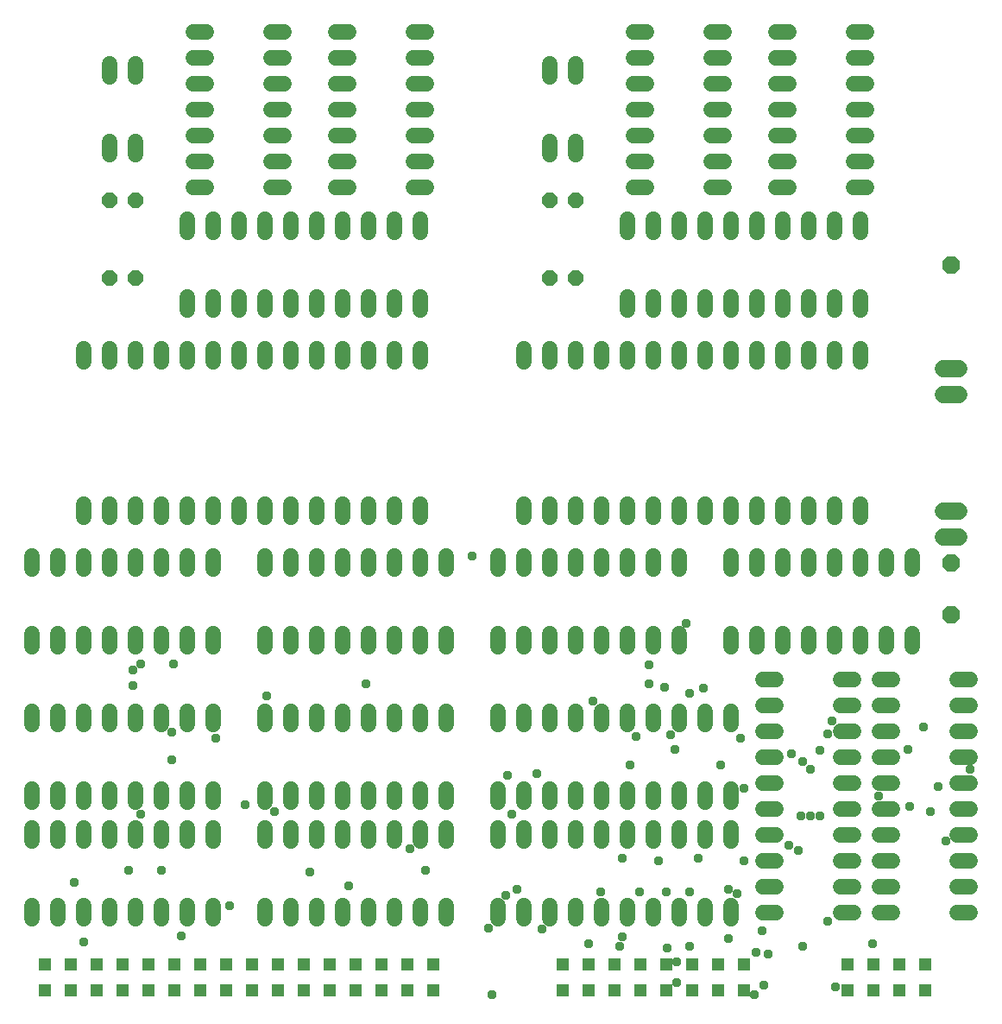
<source format=gbr>
G04 EAGLE Gerber RS-274X export*
G75*
%MOMM*%
%FSLAX34Y34*%
%LPD*%
%INSoldermask Top*%
%IPPOS*%
%AMOC8*
5,1,8,0,0,1.08239X$1,22.5*%
G01*
%ADD10C,1.524000*%
%ADD11P,1.869504X8X22.500000*%
%ADD12C,1.727200*%
%ADD13P,1.649562X8X112.500000*%
%ADD14R,1.261200X1.261200*%
%ADD15C,0.959600*%


D10*
X-850900Y221996D02*
X-850900Y235204D01*
X-825500Y235204D02*
X-825500Y221996D01*
X-698500Y221996D02*
X-698500Y235204D01*
X-673100Y235204D02*
X-673100Y221996D01*
X-800100Y221996D02*
X-800100Y235204D01*
X-774700Y235204D02*
X-774700Y221996D01*
X-723900Y221996D02*
X-723900Y235204D01*
X-749300Y235204D02*
X-749300Y221996D01*
X-673100Y298196D02*
X-673100Y311404D01*
X-698500Y311404D02*
X-698500Y298196D01*
X-723900Y298196D02*
X-723900Y311404D01*
X-749300Y311404D02*
X-749300Y298196D01*
X-774700Y298196D02*
X-774700Y311404D01*
X-800100Y311404D02*
X-800100Y298196D01*
X-825500Y298196D02*
X-825500Y311404D01*
X-850900Y311404D02*
X-850900Y298196D01*
X-1079500Y235204D02*
X-1079500Y221996D01*
X-1054100Y221996D02*
X-1054100Y235204D01*
X-927100Y235204D02*
X-927100Y221996D01*
X-901700Y221996D02*
X-901700Y235204D01*
X-1028700Y235204D02*
X-1028700Y221996D01*
X-1003300Y221996D02*
X-1003300Y235204D01*
X-952500Y235204D02*
X-952500Y221996D01*
X-977900Y221996D02*
X-977900Y235204D01*
X-901700Y298196D02*
X-901700Y311404D01*
X-927100Y311404D02*
X-927100Y298196D01*
X-952500Y298196D02*
X-952500Y311404D01*
X-977900Y311404D02*
X-977900Y298196D01*
X-1003300Y298196D02*
X-1003300Y311404D01*
X-1028700Y311404D02*
X-1028700Y298196D01*
X-1054100Y298196D02*
X-1054100Y311404D01*
X-1079500Y311404D02*
X-1079500Y298196D01*
X-622300Y235204D02*
X-622300Y221996D01*
X-596900Y221996D02*
X-596900Y235204D01*
X-469900Y235204D02*
X-469900Y221996D01*
X-444500Y221996D02*
X-444500Y235204D01*
X-571500Y235204D02*
X-571500Y221996D01*
X-546100Y221996D02*
X-546100Y235204D01*
X-495300Y235204D02*
X-495300Y221996D01*
X-520700Y221996D02*
X-520700Y235204D01*
X-419100Y235204D02*
X-419100Y221996D01*
X-393700Y221996D02*
X-393700Y235204D01*
X-393700Y298196D02*
X-393700Y311404D01*
X-419100Y311404D02*
X-419100Y298196D01*
X-444500Y298196D02*
X-444500Y311404D01*
X-469900Y311404D02*
X-469900Y298196D01*
X-495300Y298196D02*
X-495300Y311404D01*
X-520700Y311404D02*
X-520700Y298196D01*
X-546100Y298196D02*
X-546100Y311404D01*
X-571500Y311404D02*
X-571500Y298196D01*
X-596900Y298196D02*
X-596900Y311404D01*
X-622300Y311404D02*
X-622300Y298196D01*
X-286004Y114300D02*
X-272796Y114300D01*
X-272796Y139700D02*
X-286004Y139700D01*
X-286004Y266700D02*
X-272796Y266700D01*
X-272796Y292100D02*
X-286004Y292100D01*
X-286004Y165100D02*
X-272796Y165100D01*
X-272796Y190500D02*
X-286004Y190500D01*
X-286004Y241300D02*
X-272796Y241300D01*
X-272796Y215900D02*
X-286004Y215900D01*
X-286004Y317500D02*
X-272796Y317500D01*
X-272796Y342900D02*
X-286004Y342900D01*
X-348996Y342900D02*
X-362204Y342900D01*
X-362204Y317500D02*
X-348996Y317500D01*
X-348996Y292100D02*
X-362204Y292100D01*
X-362204Y266700D02*
X-348996Y266700D01*
X-348996Y241300D02*
X-362204Y241300D01*
X-362204Y215900D02*
X-348996Y215900D01*
X-348996Y190500D02*
X-362204Y190500D01*
X-362204Y165100D02*
X-348996Y165100D01*
X-348996Y139700D02*
X-362204Y139700D01*
X-362204Y114300D02*
X-348996Y114300D01*
X-171704Y114300D02*
X-158496Y114300D01*
X-158496Y139700D02*
X-171704Y139700D01*
X-171704Y266700D02*
X-158496Y266700D01*
X-158496Y292100D02*
X-171704Y292100D01*
X-171704Y165100D02*
X-158496Y165100D01*
X-158496Y190500D02*
X-171704Y190500D01*
X-171704Y241300D02*
X-158496Y241300D01*
X-158496Y215900D02*
X-171704Y215900D01*
X-171704Y317500D02*
X-158496Y317500D01*
X-158496Y342900D02*
X-171704Y342900D01*
X-234696Y342900D02*
X-247904Y342900D01*
X-247904Y317500D02*
X-234696Y317500D01*
X-234696Y292100D02*
X-247904Y292100D01*
X-247904Y266700D02*
X-234696Y266700D01*
X-234696Y241300D02*
X-247904Y241300D01*
X-247904Y215900D02*
X-234696Y215900D01*
X-234696Y190500D02*
X-247904Y190500D01*
X-247904Y165100D02*
X-234696Y165100D01*
X-234696Y139700D02*
X-247904Y139700D01*
X-247904Y114300D02*
X-234696Y114300D01*
X-850900Y107696D02*
X-850900Y120904D01*
X-825500Y120904D02*
X-825500Y107696D01*
X-698500Y107696D02*
X-698500Y120904D01*
X-673100Y120904D02*
X-673100Y107696D01*
X-800100Y107696D02*
X-800100Y120904D01*
X-774700Y120904D02*
X-774700Y107696D01*
X-723900Y107696D02*
X-723900Y120904D01*
X-749300Y120904D02*
X-749300Y107696D01*
X-673100Y183896D02*
X-673100Y197104D01*
X-698500Y197104D02*
X-698500Y183896D01*
X-723900Y183896D02*
X-723900Y197104D01*
X-749300Y197104D02*
X-749300Y183896D01*
X-774700Y183896D02*
X-774700Y197104D01*
X-800100Y197104D02*
X-800100Y183896D01*
X-825500Y183896D02*
X-825500Y197104D01*
X-850900Y197104D02*
X-850900Y183896D01*
X-1079500Y120904D02*
X-1079500Y107696D01*
X-1054100Y107696D02*
X-1054100Y120904D01*
X-927100Y120904D02*
X-927100Y107696D01*
X-901700Y107696D02*
X-901700Y120904D01*
X-1028700Y120904D02*
X-1028700Y107696D01*
X-1003300Y107696D02*
X-1003300Y120904D01*
X-952500Y120904D02*
X-952500Y107696D01*
X-977900Y107696D02*
X-977900Y120904D01*
X-901700Y183896D02*
X-901700Y197104D01*
X-927100Y197104D02*
X-927100Y183896D01*
X-952500Y183896D02*
X-952500Y197104D01*
X-977900Y197104D02*
X-977900Y183896D01*
X-1003300Y183896D02*
X-1003300Y197104D01*
X-1028700Y197104D02*
X-1028700Y183896D01*
X-1054100Y183896D02*
X-1054100Y197104D01*
X-1079500Y197104D02*
X-1079500Y183896D01*
X-622300Y120904D02*
X-622300Y107696D01*
X-596900Y107696D02*
X-596900Y120904D01*
X-469900Y120904D02*
X-469900Y107696D01*
X-444500Y107696D02*
X-444500Y120904D01*
X-571500Y120904D02*
X-571500Y107696D01*
X-546100Y107696D02*
X-546100Y120904D01*
X-495300Y120904D02*
X-495300Y107696D01*
X-520700Y107696D02*
X-520700Y120904D01*
X-419100Y120904D02*
X-419100Y107696D01*
X-393700Y107696D02*
X-393700Y120904D01*
X-393700Y183896D02*
X-393700Y197104D01*
X-419100Y197104D02*
X-419100Y183896D01*
X-444500Y183896D02*
X-444500Y197104D01*
X-469900Y197104D02*
X-469900Y183896D01*
X-495300Y183896D02*
X-495300Y197104D01*
X-520700Y197104D02*
X-520700Y183896D01*
X-546100Y183896D02*
X-546100Y197104D01*
X-571500Y197104D02*
X-571500Y183896D01*
X-596900Y183896D02*
X-596900Y197104D01*
X-622300Y197104D02*
X-622300Y183896D01*
D11*
X-177800Y406400D03*
X-177800Y749300D03*
D12*
X-185420Y647700D02*
X-170180Y647700D01*
X-170180Y622300D02*
X-185420Y622300D01*
X-185420Y508000D02*
X-170180Y508000D01*
X-170180Y482600D02*
X-185420Y482600D01*
D11*
X-177800Y457200D03*
D10*
X-393700Y387604D02*
X-393700Y374396D01*
X-368300Y374396D02*
X-368300Y387604D01*
X-241300Y387604D02*
X-241300Y374396D01*
X-215900Y374396D02*
X-215900Y387604D01*
X-342900Y387604D02*
X-342900Y374396D01*
X-317500Y374396D02*
X-317500Y387604D01*
X-266700Y387604D02*
X-266700Y374396D01*
X-292100Y374396D02*
X-292100Y387604D01*
X-215900Y450596D02*
X-215900Y463804D01*
X-241300Y463804D02*
X-241300Y450596D01*
X-266700Y450596D02*
X-266700Y463804D01*
X-292100Y463804D02*
X-292100Y450596D01*
X-317500Y450596D02*
X-317500Y463804D01*
X-342900Y463804D02*
X-342900Y450596D01*
X-368300Y450596D02*
X-368300Y463804D01*
X-393700Y463804D02*
X-393700Y450596D01*
X-622300Y387604D02*
X-622300Y374396D01*
X-596900Y374396D02*
X-596900Y387604D01*
X-469900Y387604D02*
X-469900Y374396D01*
X-444500Y374396D02*
X-444500Y387604D01*
X-571500Y387604D02*
X-571500Y374396D01*
X-546100Y374396D02*
X-546100Y387604D01*
X-495300Y387604D02*
X-495300Y374396D01*
X-520700Y374396D02*
X-520700Y387604D01*
X-444500Y450596D02*
X-444500Y463804D01*
X-469900Y463804D02*
X-469900Y450596D01*
X-495300Y450596D02*
X-495300Y463804D01*
X-520700Y463804D02*
X-520700Y450596D01*
X-546100Y450596D02*
X-546100Y463804D01*
X-571500Y463804D02*
X-571500Y450596D01*
X-596900Y450596D02*
X-596900Y463804D01*
X-622300Y463804D02*
X-622300Y450596D01*
X-850900Y387604D02*
X-850900Y374396D01*
X-825500Y374396D02*
X-825500Y387604D01*
X-698500Y387604D02*
X-698500Y374396D01*
X-673100Y374396D02*
X-673100Y387604D01*
X-800100Y387604D02*
X-800100Y374396D01*
X-774700Y374396D02*
X-774700Y387604D01*
X-723900Y387604D02*
X-723900Y374396D01*
X-749300Y374396D02*
X-749300Y387604D01*
X-673100Y450596D02*
X-673100Y463804D01*
X-698500Y463804D02*
X-698500Y450596D01*
X-723900Y450596D02*
X-723900Y463804D01*
X-749300Y463804D02*
X-749300Y450596D01*
X-774700Y450596D02*
X-774700Y463804D01*
X-800100Y463804D02*
X-800100Y450596D01*
X-825500Y450596D02*
X-825500Y463804D01*
X-850900Y463804D02*
X-850900Y450596D01*
X-1079500Y387604D02*
X-1079500Y374396D01*
X-1054100Y374396D02*
X-1054100Y387604D01*
X-927100Y387604D02*
X-927100Y374396D01*
X-901700Y374396D02*
X-901700Y387604D01*
X-1028700Y387604D02*
X-1028700Y374396D01*
X-1003300Y374396D02*
X-1003300Y387604D01*
X-952500Y387604D02*
X-952500Y374396D01*
X-977900Y374396D02*
X-977900Y387604D01*
X-901700Y450596D02*
X-901700Y463804D01*
X-927100Y463804D02*
X-927100Y450596D01*
X-952500Y450596D02*
X-952500Y463804D01*
X-977900Y463804D02*
X-977900Y450596D01*
X-1003300Y450596D02*
X-1003300Y463804D01*
X-1028700Y463804D02*
X-1028700Y450596D01*
X-1054100Y450596D02*
X-1054100Y463804D01*
X-1079500Y463804D02*
X-1079500Y450596D01*
X-596900Y501396D02*
X-596900Y514604D01*
X-571500Y514604D02*
X-571500Y501396D01*
X-546100Y501396D02*
X-546100Y514604D01*
X-520700Y514604D02*
X-520700Y501396D01*
X-495300Y501396D02*
X-495300Y514604D01*
X-469900Y514604D02*
X-469900Y501396D01*
X-444500Y501396D02*
X-444500Y514604D01*
X-419100Y514604D02*
X-419100Y501396D01*
X-393700Y501396D02*
X-393700Y514604D01*
X-368300Y514604D02*
X-368300Y501396D01*
X-342900Y501396D02*
X-342900Y514604D01*
X-317500Y514604D02*
X-317500Y501396D01*
X-292100Y501396D02*
X-292100Y514604D01*
X-266700Y514604D02*
X-266700Y501396D01*
X-266700Y653796D02*
X-266700Y667004D01*
X-292100Y667004D02*
X-292100Y653796D01*
X-317500Y653796D02*
X-317500Y667004D01*
X-342900Y667004D02*
X-342900Y653796D01*
X-368300Y653796D02*
X-368300Y667004D01*
X-393700Y667004D02*
X-393700Y653796D01*
X-419100Y653796D02*
X-419100Y667004D01*
X-444500Y667004D02*
X-444500Y653796D01*
X-469900Y653796D02*
X-469900Y667004D01*
X-495300Y667004D02*
X-495300Y653796D01*
X-520700Y653796D02*
X-520700Y667004D01*
X-546100Y667004D02*
X-546100Y653796D01*
X-571500Y653796D02*
X-571500Y667004D01*
X-596900Y667004D02*
X-596900Y653796D01*
X-273304Y825500D02*
X-260096Y825500D01*
X-260096Y850900D02*
X-273304Y850900D01*
X-273304Y977900D02*
X-260096Y977900D01*
X-336296Y977900D02*
X-349504Y977900D01*
X-273304Y876300D02*
X-260096Y876300D01*
X-260096Y901700D02*
X-273304Y901700D01*
X-273304Y952500D02*
X-260096Y952500D01*
X-260096Y927100D02*
X-273304Y927100D01*
X-336296Y952500D02*
X-349504Y952500D01*
X-349504Y927100D02*
X-336296Y927100D01*
X-336296Y901700D02*
X-349504Y901700D01*
X-349504Y876300D02*
X-336296Y876300D01*
X-336296Y850900D02*
X-349504Y850900D01*
X-349504Y825500D02*
X-336296Y825500D01*
X-399796Y825500D02*
X-413004Y825500D01*
X-413004Y850900D02*
X-399796Y850900D01*
X-399796Y977900D02*
X-413004Y977900D01*
X-475996Y977900D02*
X-489204Y977900D01*
X-413004Y876300D02*
X-399796Y876300D01*
X-399796Y901700D02*
X-413004Y901700D01*
X-413004Y952500D02*
X-399796Y952500D01*
X-399796Y927100D02*
X-413004Y927100D01*
X-475996Y952500D02*
X-489204Y952500D01*
X-489204Y927100D02*
X-475996Y927100D01*
X-475996Y901700D02*
X-489204Y901700D01*
X-489204Y876300D02*
X-475996Y876300D01*
X-475996Y850900D02*
X-489204Y850900D01*
X-489204Y825500D02*
X-475996Y825500D01*
X-266700Y794004D02*
X-266700Y780796D01*
X-292100Y780796D02*
X-292100Y794004D01*
X-419100Y794004D02*
X-419100Y780796D01*
X-444500Y780796D02*
X-444500Y794004D01*
X-317500Y794004D02*
X-317500Y780796D01*
X-342900Y780796D02*
X-342900Y794004D01*
X-393700Y794004D02*
X-393700Y780796D01*
X-368300Y780796D02*
X-368300Y794004D01*
X-469900Y794004D02*
X-469900Y780796D01*
X-495300Y780796D02*
X-495300Y794004D01*
X-495300Y717804D02*
X-495300Y704596D01*
X-469900Y704596D02*
X-469900Y717804D01*
X-444500Y717804D02*
X-444500Y704596D01*
X-419100Y704596D02*
X-419100Y717804D01*
X-393700Y717804D02*
X-393700Y704596D01*
X-368300Y704596D02*
X-368300Y717804D01*
X-342900Y717804D02*
X-342900Y704596D01*
X-317500Y704596D02*
X-317500Y717804D01*
X-292100Y717804D02*
X-292100Y704596D01*
X-266700Y704596D02*
X-266700Y717804D01*
D13*
X-546100Y736600D03*
X-546100Y812800D03*
X-571500Y736600D03*
X-571500Y812800D03*
D10*
X-571500Y856996D02*
X-571500Y870204D01*
X-546100Y870204D02*
X-546100Y856996D01*
X-546100Y933196D02*
X-546100Y946404D01*
X-571500Y946404D02*
X-571500Y933196D01*
X-691896Y825500D02*
X-705104Y825500D01*
X-705104Y850900D02*
X-691896Y850900D01*
X-691896Y977900D02*
X-705104Y977900D01*
X-768096Y977900D02*
X-781304Y977900D01*
X-705104Y876300D02*
X-691896Y876300D01*
X-691896Y901700D02*
X-705104Y901700D01*
X-705104Y952500D02*
X-691896Y952500D01*
X-691896Y927100D02*
X-705104Y927100D01*
X-768096Y952500D02*
X-781304Y952500D01*
X-781304Y927100D02*
X-768096Y927100D01*
X-768096Y901700D02*
X-781304Y901700D01*
X-781304Y876300D02*
X-768096Y876300D01*
X-768096Y850900D02*
X-781304Y850900D01*
X-781304Y825500D02*
X-768096Y825500D01*
X-831596Y825500D02*
X-844804Y825500D01*
X-844804Y850900D02*
X-831596Y850900D01*
X-831596Y977900D02*
X-844804Y977900D01*
X-907796Y977900D02*
X-921004Y977900D01*
X-844804Y876300D02*
X-831596Y876300D01*
X-831596Y901700D02*
X-844804Y901700D01*
X-844804Y952500D02*
X-831596Y952500D01*
X-831596Y927100D02*
X-844804Y927100D01*
X-907796Y952500D02*
X-921004Y952500D01*
X-921004Y927100D02*
X-907796Y927100D01*
X-907796Y901700D02*
X-921004Y901700D01*
X-921004Y876300D02*
X-907796Y876300D01*
X-907796Y850900D02*
X-921004Y850900D01*
X-921004Y825500D02*
X-907796Y825500D01*
X-698500Y794004D02*
X-698500Y780796D01*
X-723900Y780796D02*
X-723900Y794004D01*
X-850900Y794004D02*
X-850900Y780796D01*
X-876300Y780796D02*
X-876300Y794004D01*
X-749300Y794004D02*
X-749300Y780796D01*
X-774700Y780796D02*
X-774700Y794004D01*
X-825500Y794004D02*
X-825500Y780796D01*
X-800100Y780796D02*
X-800100Y794004D01*
X-901700Y794004D02*
X-901700Y780796D01*
X-927100Y780796D02*
X-927100Y794004D01*
X-927100Y717804D02*
X-927100Y704596D01*
X-901700Y704596D02*
X-901700Y717804D01*
X-876300Y717804D02*
X-876300Y704596D01*
X-850900Y704596D02*
X-850900Y717804D01*
X-825500Y717804D02*
X-825500Y704596D01*
X-800100Y704596D02*
X-800100Y717804D01*
X-774700Y717804D02*
X-774700Y704596D01*
X-749300Y704596D02*
X-749300Y717804D01*
X-723900Y717804D02*
X-723900Y704596D01*
X-698500Y704596D02*
X-698500Y717804D01*
D13*
X-977900Y736600D03*
X-977900Y812800D03*
X-1003300Y736600D03*
X-1003300Y812800D03*
D10*
X-1003300Y856996D02*
X-1003300Y870204D01*
X-977900Y870204D02*
X-977900Y856996D01*
X-977900Y933196D02*
X-977900Y946404D01*
X-1003300Y946404D02*
X-1003300Y933196D01*
X-1028700Y514604D02*
X-1028700Y501396D01*
X-1003300Y501396D02*
X-1003300Y514604D01*
X-977900Y514604D02*
X-977900Y501396D01*
X-952500Y501396D02*
X-952500Y514604D01*
X-927100Y514604D02*
X-927100Y501396D01*
X-901700Y501396D02*
X-901700Y514604D01*
X-876300Y514604D02*
X-876300Y501396D01*
X-850900Y501396D02*
X-850900Y514604D01*
X-825500Y514604D02*
X-825500Y501396D01*
X-800100Y501396D02*
X-800100Y514604D01*
X-774700Y514604D02*
X-774700Y501396D01*
X-749300Y501396D02*
X-749300Y514604D01*
X-723900Y514604D02*
X-723900Y501396D01*
X-698500Y501396D02*
X-698500Y514604D01*
X-698500Y653796D02*
X-698500Y667004D01*
X-723900Y667004D02*
X-723900Y653796D01*
X-749300Y653796D02*
X-749300Y667004D01*
X-774700Y667004D02*
X-774700Y653796D01*
X-800100Y653796D02*
X-800100Y667004D01*
X-825500Y667004D02*
X-825500Y653796D01*
X-850900Y653796D02*
X-850900Y667004D01*
X-876300Y667004D02*
X-876300Y653796D01*
X-901700Y653796D02*
X-901700Y667004D01*
X-927100Y667004D02*
X-927100Y653796D01*
X-952500Y653796D02*
X-952500Y667004D01*
X-977900Y667004D02*
X-977900Y653796D01*
X-1003300Y653796D02*
X-1003300Y667004D01*
X-1028700Y667004D02*
X-1028700Y653796D01*
D14*
X-1066800Y38100D03*
X-1041400Y38100D03*
X-1016000Y38100D03*
X-990600Y38100D03*
X-965200Y38100D03*
X-939800Y38100D03*
X-914400Y38100D03*
X-889000Y38100D03*
X-863600Y38100D03*
X-838200Y38100D03*
X-812800Y38100D03*
X-787400Y38100D03*
X-762000Y38100D03*
X-736600Y38100D03*
X-711200Y38100D03*
X-685800Y38100D03*
X-558800Y38100D03*
X-533400Y38100D03*
X-508000Y38100D03*
X-482600Y38100D03*
X-457200Y38100D03*
X-431800Y38100D03*
X-406400Y38100D03*
X-381000Y38100D03*
X-279400Y38100D03*
X-228600Y38100D03*
X-203200Y38100D03*
X-254000Y38100D03*
X-1066800Y63500D03*
X-1041400Y63500D03*
X-1016000Y63500D03*
X-990600Y63500D03*
X-965200Y63500D03*
X-939800Y63500D03*
X-914400Y63500D03*
X-889000Y63500D03*
X-863600Y63500D03*
X-838200Y63500D03*
X-812800Y63500D03*
X-787400Y63500D03*
X-762000Y63500D03*
X-736600Y63500D03*
X-711200Y63500D03*
X-685800Y63500D03*
X-558800Y63500D03*
X-533400Y63500D03*
X-508000Y63500D03*
X-482600Y63500D03*
X-457200Y63500D03*
X-431800Y63500D03*
X-406400Y63500D03*
X-381000Y63500D03*
X-279400Y63500D03*
X-228600Y63500D03*
X-203200Y63500D03*
X-254000Y63500D03*
D15*
X-323088Y262128D03*
X-298704Y289560D03*
X-693420Y155448D03*
X-870204Y219456D03*
X-254508Y83820D03*
X-885444Y120396D03*
X-336804Y179832D03*
X-899160Y284988D03*
X-528828Y321564D03*
X-434340Y134112D03*
X-941832Y291084D03*
X-315468Y208788D03*
X-315468Y254508D03*
X-306324Y272796D03*
X-384048Y284988D03*
X-455676Y79248D03*
X-464820Y164592D03*
X-448056Y274320D03*
X-499872Y167640D03*
X-608076Y210312D03*
X-306324Y208788D03*
X-473964Y338328D03*
X-751332Y338328D03*
X-841248Y213360D03*
X-972312Y210312D03*
X-324612Y208788D03*
X-502920Y80772D03*
X-294132Y301752D03*
X-437388Y397764D03*
X-984504Y155448D03*
X-940308Y358140D03*
X-972312Y358140D03*
X-1028700Y85344D03*
X-396240Y137160D03*
X-521208Y134112D03*
X-533400Y83820D03*
X-473964Y356616D03*
X-298704Y105156D03*
X-323088Y80772D03*
X-361188Y42672D03*
X-370332Y33528D03*
X-217932Y217932D03*
X-219456Y274320D03*
X-248412Y228600D03*
X-327660Y175260D03*
X-425196Y167640D03*
X-457200Y134112D03*
X-483108Y134112D03*
X-499872Y89916D03*
X-158496Y254508D03*
X-768096Y140208D03*
X-708660Y176784D03*
X-204216Y295656D03*
X-932688Y91440D03*
X-806196Y153924D03*
X-647700Y463296D03*
X-979932Y336804D03*
X-190500Y237744D03*
X-979932Y352044D03*
X-434340Y329184D03*
X-198120Y213360D03*
X-458724Y335280D03*
X-420624Y333756D03*
X-1037844Y143256D03*
X-396240Y88392D03*
X-362712Y96012D03*
X-941832Y263652D03*
X-434340Y80772D03*
X-291084Y41148D03*
X-848868Y326136D03*
X-486156Y286512D03*
X-333756Y269748D03*
X-452628Y288036D03*
X-952500Y155448D03*
X-627888Y33528D03*
X-446532Y45720D03*
X-446532Y65532D03*
X-182880Y184404D03*
X-368808Y74676D03*
X-630936Y99060D03*
X-579120Y97536D03*
X-387096Y132588D03*
X-381000Y236220D03*
X-403860Y259080D03*
X-492252Y259080D03*
X-612648Y248412D03*
X-583692Y249936D03*
X-356616Y73152D03*
X-381000Y164592D03*
X-603504Y137160D03*
X-614172Y131064D03*
M02*

</source>
